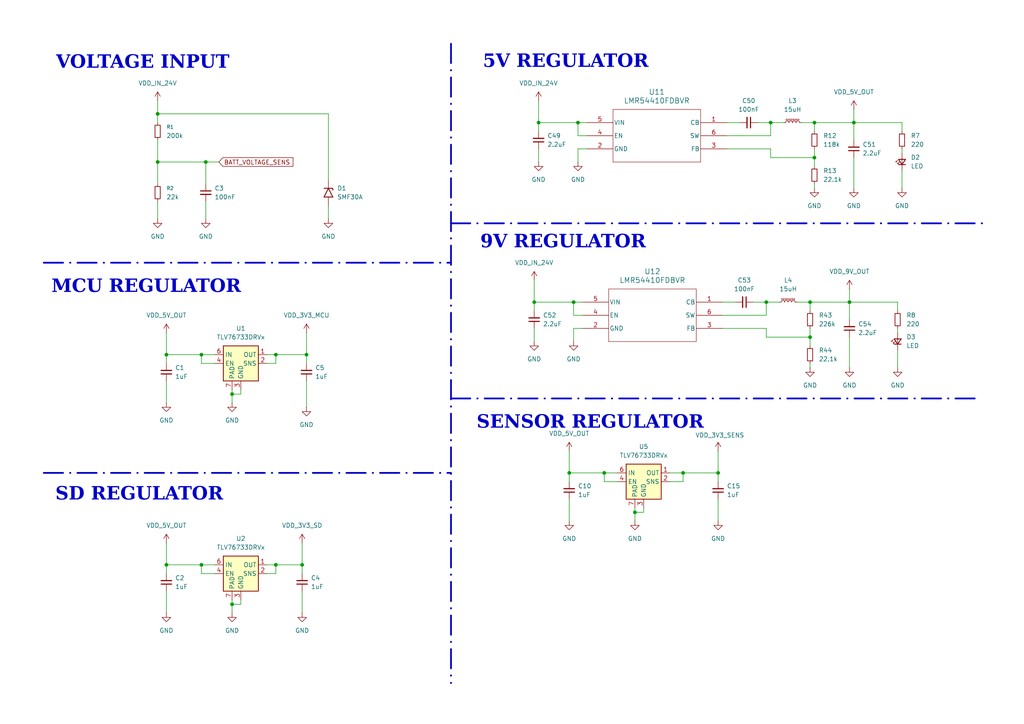
<source format=kicad_sch>
(kicad_sch (version 20250114) (generator "eeschema") (generator_version "9.0")
  (paper "A4")
  (lib_symbols
    (symbol "2025-05-27_10-40-34:LMR54410FDBVR" (pin_names (offset 0.254))
      (property "Reference" "U11" (at 5.08 3.81 0))
      (property "Value" "LMR54410FDBVR" (at 5.08 1.27 0))
      (symbol "LMR54410FDBVR_0_1"
        (polyline (pts (xy -7.62 -1.27) (xy -7.62 -16.51)) (stroke (width 0.127)))
        (polyline (pts (xy -7.62 -16.51) (xy 17.78 -16.51)) (stroke (width 0.127)))
        (polyline (pts (xy 17.78 -1.27) (xy -7.62 -1.27)) (stroke (width 0.127)))
        (polyline (pts (xy 17.78 -16.51) (xy 17.78 -1.27)) (stroke (width 0.127)))
        (pin power_in line (at -15.24 -5.08 0) (length 7.62) (name "VIN") (number "5"))
        (pin unspecified line (at -15.24 -8.89 0) (length 7.62) (name "EN") (number "4"))
        (pin power_out line (at -15.24 -12.7 0) (length 7.62) (name "GND") (number "2"))
        (pin power_in line (at 25.4 -5.08 180) (length 7.62) (name "CB") (number "1"))
        (pin power_in line (at 25.4 -8.89 180) (length 7.62) (name "SW") (number "6"))
        (pin unspecified line (at 25.4 -12.7 180) (length 7.62) (name "FB") (number "3"))
      )
    )
    (symbol "Device:C_Small" (pin_numbers (hide yes)) (pin_names (offset 0.254) (hide yes))
      (property "Reference" "C" (at 0.254 1.778 0))
      (property "Value" "C_Small" (at 0.254 -2.032 0))
      (symbol "C_Small_0_1"
        (polyline (pts (xy -1.524 0.508) (xy 1.524 0.508)) (stroke (width 0.3048)))
        (polyline (pts (xy -1.524 -0.508) (xy 1.524 -0.508)) (stroke (width 0.3302)))
      )
      (symbol "C_Small_1_1"
        (pin passive line (at 0 2.54 270) (length 2.032) (name "~") (number "1"))
        (pin passive line (at 0 -2.54 90) (length 2.032) (name "~") (number "2"))
      )
    )
    (symbol "Device:LED_Small" (pin_numbers (hide yes)) (pin_names (offset 0.254) (hide yes))
      (property "Reference" "D" (at -1.27 3.175 0))
      (property "Value" "LED_Small" (at -4.445 -2.54 0))
      (symbol "LED_Small_0_1"
        (polyline (pts (xy -0.762 -1.016) (xy -0.762 1.016)) (stroke (width 0.254)))
        (polyline (pts (xy 0 0.762) (xy -0.508 1.27) (xy -0.254 1.27) (xy -0.508 1.27) (xy -0.508 1.016)))
        (polyline (pts (xy 0.508 1.27) (xy 0 1.778) (xy 0.254 1.778) (xy 0 1.778) (xy 0 1.524)))
        (polyline (pts (xy 0.762 -1.016) (xy -0.762 0) (xy 0.762 1.016) (xy 0.762 -1.016)) (stroke (width 0.254)))
        (polyline (pts (xy 1.016 0) (xy -0.762 0)))
      )
      (symbol "LED_Small_1_1"
        (pin passive line (at -2.54 0 0) (length 1.778) (name "K") (number "1"))
        (pin passive line (at 2.54 0 180) (length 1.778) (name "A") (number "2"))
      )
    )
    (symbol "Device:L_Ferrite_Small" (pin_numbers (hide yes)) (pin_names (offset 0.254) (hide yes))
      (property "Reference" "L" (at 1.27 1.016 0))
      (property "Value" "L_Ferrite_Small" (at 1.27 -1.27 0))
      (symbol "L_Ferrite_Small_0_1"
        (arc (start 0 2.032) (mid 0.5058 1.524) (end 0 1.016))
        (arc (start 0 1.016) (mid 0.5058 0.508) (end 0 0))
        (arc (start 0 0) (mid 0.5058 -0.508) (end 0 -1.016))
        (arc (start 0 -1.016) (mid 0.5058 -1.524) (end 0 -2.032))
        (polyline (pts (xy 0.762 1.651) (xy 0.762 1.905)))
        (polyline (pts (xy 0.762 1.143) (xy 0.762 1.397)))
        (polyline (pts (xy 0.762 0.635) (xy 0.762 0.889)))
        (polyline (pts (xy 0.762 0.127) (xy 0.762 0.381)))
        (polyline (pts (xy 0.762 -0.381) (xy 0.762 -0.127)))
        (polyline (pts (xy 0.762 -0.889) (xy 0.762 -0.635)))
        (polyline (pts (xy 0.762 -1.397) (xy 0.762 -1.143)))
        (polyline (pts (xy 0.762 -1.905) (xy 0.762 -1.651)))
        (polyline (pts (xy 1.016 1.905) (xy 1.016 1.651)))
        (polyline (pts (xy 1.016 1.397) (xy 1.016 1.143)))
        (polyline (pts (xy 1.016 0.889) (xy 1.016 0.635)))
        (polyline (pts (xy 1.016 0.381) (xy 1.016 0.127)))
        (polyline (pts (xy 1.016 -0.127) (xy 1.016 -0.381)))
        (polyline (pts (xy 1.016 -0.635) (xy 1.016 -0.889)))
        (polyline (pts (xy 1.016 -1.143) (xy 1.016 -1.397)))
        (polyline (pts (xy 1.016 -1.651) (xy 1.016 -1.905)))
      )
      (symbol "L_Ferrite_Small_1_1"
        (pin passive line (at 0 2.54 270) (length 0.508) (name "~") (number "1"))
        (pin passive line (at 0 -2.54 90) (length 0.508) (name "~") (number "2"))
      )
    )
    (symbol "Device:R_Small" (pin_numbers (hide yes)) (pin_names (offset 0.254) (hide yes))
      (property "Reference" "R" (at 0 0 90))
      (property "Value" "R_Small" (at 1.778 0 90))
      (symbol "R_Small_0_1"
        (rectangle (start -0.762 1.778) (end 0.762 -1.778) (stroke (width 0.2032)))
      )
      (symbol "R_Small_1_1"
        (pin passive line (at 0 2.54 270) (length 0.762) (name "~") (number "1"))
        (pin passive line (at 0 -2.54 90) (length 0.762) (name "~") (number "2"))
      )
    )
    (symbol "Diode:SMF30A" (pin_numbers (hide yes)) (pin_names (offset 1.016) (hide yes))
      (property "Reference" "D" (at 0 2.54 0))
      (property "Value" "SMF30A" (at 0 -2.54 0))
      (symbol "SMF30A_0_1"
        (polyline (pts (xy -0.762 1.27) (xy -1.27 1.27) (xy -1.27 -1.27)) (stroke (width 0.254)))
        (polyline (pts (xy 1.27 1.27) (xy 1.27 -1.27) (xy -1.27 0) (xy 1.27 1.27)) (stroke (width 0.254)))
      )
      (symbol "SMF30A_1_1"
        (pin passive line (at -3.81 0 0) (length 2.54) (name "A1") (number "1"))
        (pin passive line (at 3.81 0 180) (length 2.54) (name "A2") (number "2"))
      )
    )
    (symbol "Regulator_Linear:TLV76733DRVx"
      (property "Reference" "U" (at 0 8.89 0))
      (property "Value" "TLV76733DRVx" (at 0 6.35 0))
      (symbol "TLV76733DRVx_0_1"
        (rectangle (start -5.08 -5.08) (end 5.08 5.08) (stroke (width 0.254)) (fill (type background)))
      )
      (symbol "TLV76733DRVx_1_1"
        (pin power_in line (at -7.62 2.54 0) (length 2.54) (name "IN") (number "6"))
        (pin input line (at -7.62 0 0) (length 2.54) (name "EN") (number "4"))
        (pin passive line (at -2.54 -7.62 90) (length 2.54) (name "PAD") (number "7"))
        (pin power_in line (at 0 -7.62 90) (length 2.54) (name "GND") (number "3"))
        (pin passive line (at 0 -7.62 90) (length 2.54) (hide yes) (name "GND") (number "5"))
        (pin power_out line (at 7.62 2.54 180) (length 2.54) (name "OUT") (number "1"))
        (pin input line (at 7.62 0 180) (length 2.54) (name "SNS") (number "2"))
      )
    )
    (symbol "power:GND" (power) (pin_numbers (hide yes)) (pin_names (offset 0) (hide yes))
      (property "Value" "GND" (at 0 -3.81 0))
      (symbol "GND_0_1"
        (polyline (pts (xy 0 0) (xy 0 -1.27) (xy 1.27 -1.27) (xy 0 -2.54) (xy -1.27 -1.27) (xy 0 -1.27)))
      )
      (symbol "GND_1_1"
        (pin power_in line (at 0 0 270) (length 0) (name "~") (number "1"))
      )
    )
    (symbol "power:VCC" (power) (pin_numbers (hide yes)) (pin_names (offset 0) (hide yes))
      (property "Value" "VCC" (at 0 3.556 0))
      (symbol "VCC_0_1"
        (polyline (pts (xy -0.762 1.27) (xy 0 2.54)))
        (polyline (pts (xy 0 2.54) (xy 0.762 1.27)))
        (polyline (pts (xy 0 0) (xy 0 2.54)))
      )
      (symbol "VCC_1_1"
        (pin power_in line (at 0 0 90) (length 0) (name "~") (number "1"))
      )
    )
    (symbol "power:VDD" (power) (pin_numbers (hide yes)) (pin_names (offset 0) (hide yes))
      (property "Value" "VDD" (at 0 3.556 0))
      (symbol "VDD_0_1"
        (polyline (pts (xy -0.762 1.27) (xy 0 2.54)))
        (polyline (pts (xy 0 2.54) (xy 0.762 1.27)))
        (polyline (pts (xy 0 0) (xy 0 2.54)))
      )
      (symbol "VDD_1_1"
        (pin power_in line (at 0 0 90) (length 0) (name "~") (number "1"))
      )
    )
  )
  (text "SENSOR REGULATOR" (at 171.196 123.698 0) (effects (font (size 3.81 3.81) (bold yes))))
  (text "5V REGULATOR" (at 164.084 19.05 0) (effects (font (size 3.81 3.81) (bold yes))))
  (text "9V REGULATOR" (at 163.322 71.374 0) (effects (font (size 3.81 3.81) (bold yes))))
  (text "VOLTAGE INPUT" (at 41.402 19.304 0) (effects (font (size 3.81 3.81) (bold yes))))
  (text "MCU REGULATOR" (at 42.418 84.328 0) (effects (font (size 3.81 3.81) (bold yes))))
  (text "SD REGULATOR" (at 40.386 144.526 0) (effects (font (size 3.81 3.81) (bold yes))))
  (junction (at 234.95 97.79))
  (junction (at 58.42 163.83))
  (junction (at 236.22 35.56))
  (junction (at 48.26 163.83))
  (junction (at 48.26 102.87))
  (junction (at 59.69 46.99))
  (junction (at 166.37 87.63))
  (junction (at 88.9 102.87))
  (junction (at 222.25 87.63))
  (junction (at 234.95 87.63))
  (junction (at 80.01 163.83))
  (junction (at 167.64 35.56))
  (junction (at 236.22 45.72))
  (junction (at 87.63 163.83))
  (junction (at 208.28 137.16))
  (junction (at 67.31 114.3))
  (junction (at 45.72 46.99))
  (junction (at 165.1 137.16))
  (junction (at 154.94 87.63))
  (junction (at 223.52 35.56))
  (junction (at 184.15 148.59))
  (junction (at 247.65 35.56))
  (junction (at 175.26 137.16))
  (junction (at 58.42 102.87))
  (junction (at 246.38 87.63))
  (junction (at 156.21 35.56))
  (junction (at 67.31 175.26))
  (junction (at 45.72 33.02))
  (junction (at 198.12 137.16))
  (junction (at 80.01 102.87))
  (wire (pts (xy 261.62 49.53) (xy 261.62 54.61)))
  (wire (pts (xy 58.42 166.37) (xy 58.42 163.83)))
  (wire (pts (xy 80.01 102.87) (xy 88.9 102.87)))
  (wire (pts (xy 175.26 139.7) (xy 175.26 137.16)))
  (wire (pts (xy 48.26 163.83) (xy 58.42 163.83)))
  (wire (pts (xy 236.22 38.1) (xy 236.22 35.56)))
  (wire (pts (xy 209.55 91.44) (xy 222.25 91.44)))
  (wire (pts (xy 194.31 137.16) (xy 198.12 137.16)))
  (wire (pts (xy 88.9 105.41) (xy 88.9 102.87)))
  (wire (pts (xy 59.69 63.5) (xy 59.69 58.42)))
  (wire (pts (xy 67.31 116.84) (xy 67.31 114.3)))
  (wire (pts (xy 166.37 91.44) (xy 166.37 87.63)))
  (wire (pts (xy 80.01 163.83) (xy 87.63 163.83)))
  (wire (pts (xy 88.9 118.11) (xy 88.9 110.49)))
  (wire (pts (xy 246.38 106.68) (xy 246.38 97.79)))
  (polyline (pts (xy 130.81 115.57) (xy 284.48 115.57)) (stroke (width 0.508) (type dash_dot)))
  (wire (pts (xy 209.55 87.63) (xy 213.36 87.63)))
  (wire (pts (xy 69.85 173.99) (xy 69.85 175.26)))
  (wire (pts (xy 246.38 87.63) (xy 234.95 87.63)))
  (wire (pts (xy 194.31 139.7) (xy 198.12 139.7)))
  (wire (pts (xy 223.52 45.72) (xy 236.22 45.72)))
  (wire (pts (xy 166.37 95.25) (xy 168.91 95.25)))
  (wire (pts (xy 58.42 163.83) (xy 62.23 163.83)))
  (wire (pts (xy 69.85 113.03) (xy 69.85 114.3)))
  (wire (pts (xy 223.52 35.56) (xy 227.33 35.56)))
  (wire (pts (xy 167.64 39.37) (xy 167.64 35.56)))
  (wire (pts (xy 261.62 35.56) (xy 247.65 35.56)))
  (wire (pts (xy 58.42 105.41) (xy 58.42 102.87)))
  (wire (pts (xy 48.26 96.52) (xy 48.26 102.87)))
  (wire (pts (xy 154.94 81.28) (xy 154.94 87.63)))
  (wire (pts (xy 77.47 102.87) (xy 80.01 102.87)))
  (wire (pts (xy 48.26 102.87) (xy 48.26 105.41)))
  (wire (pts (xy 95.25 63.5) (xy 95.25 59.69)))
  (wire (pts (xy 186.69 147.32) (xy 186.69 148.59)))
  (wire (pts (xy 223.52 35.56) (xy 219.71 35.56)))
  (wire (pts (xy 222.25 91.44) (xy 222.25 87.63)))
  (wire (pts (xy 208.28 151.13) (xy 208.28 144.78)))
  (wire (pts (xy 67.31 114.3) (xy 67.31 113.03)))
  (wire (pts (xy 69.85 175.26) (xy 67.31 175.26)))
  (wire (pts (xy 234.95 87.63) (xy 231.14 87.63)))
  (wire (pts (xy 246.38 83.82) (xy 246.38 87.63)))
  (wire (pts (xy 222.25 95.25) (xy 222.25 97.79)))
  (wire (pts (xy 95.25 33.02) (xy 45.72 33.02)))
  (wire (pts (xy 210.82 43.18) (xy 223.52 43.18)))
  (wire (pts (xy 236.22 35.56) (xy 232.41 35.56)))
  (wire (pts (xy 175.26 137.16) (xy 179.07 137.16)))
  (wire (pts (xy 48.26 177.8) (xy 48.26 171.45)))
  (wire (pts (xy 167.64 46.99) (xy 167.64 43.18)))
  (wire (pts (xy 154.94 90.17) (xy 154.94 87.63)))
  (wire (pts (xy 45.72 33.02) (xy 45.72 35.56)))
  (wire (pts (xy 198.12 139.7) (xy 198.12 137.16)))
  (wire (pts (xy 261.62 44.45) (xy 261.62 43.18)))
  (wire (pts (xy 156.21 46.99) (xy 156.21 43.18)))
  (wire (pts (xy 260.35 87.63) (xy 246.38 87.63)))
  (wire (pts (xy 95.25 52.07) (xy 95.25 33.02)))
  (wire (pts (xy 234.95 97.79) (xy 234.95 100.33)))
  (wire (pts (xy 247.65 54.61) (xy 247.65 45.72)))
  (wire (pts (xy 236.22 54.61) (xy 236.22 53.34)))
  (wire (pts (xy 77.47 163.83) (xy 80.01 163.83)))
  (wire (pts (xy 67.31 175.26) (xy 67.31 173.99)))
  (wire (pts (xy 247.65 40.64) (xy 247.65 35.56)))
  (wire (pts (xy 154.94 87.63) (xy 166.37 87.63)))
  (wire (pts (xy 236.22 43.18) (xy 236.22 45.72)))
  (wire (pts (xy 198.12 137.16) (xy 208.28 137.16)))
  (wire (pts (xy 222.25 87.63) (xy 226.06 87.63)))
  (wire (pts (xy 247.65 31.75) (xy 247.65 35.56)))
  (polyline (pts (xy 130.81 12.7) (xy 130.81 198.12)) (stroke (width 0.508) (type dash_dot)))
  (wire (pts (xy 48.26 163.83) (xy 48.26 166.37)))
  (wire (pts (xy 165.1 151.13) (xy 165.1 144.78)))
  (wire (pts (xy 167.64 35.56) (xy 170.18 35.56)))
  (wire (pts (xy 184.15 148.59) (xy 184.15 147.32)))
  (wire (pts (xy 87.63 166.37) (xy 87.63 163.83)))
  (wire (pts (xy 223.52 39.37) (xy 223.52 35.56)))
  (wire (pts (xy 260.35 90.17) (xy 260.35 87.63)))
  (wire (pts (xy 210.82 35.56) (xy 214.63 35.56)))
  (wire (pts (xy 261.62 38.1) (xy 261.62 35.56)))
  (wire (pts (xy 45.72 53.34) (xy 45.72 46.99)))
  (polyline (pts (xy 12.7 137.16) (xy 130.81 137.16)) (stroke (width 0.508) (type dash_dot)))
  (wire (pts (xy 223.52 43.18) (xy 223.52 45.72)))
  (wire (pts (xy 45.72 29.21) (xy 45.72 33.02)))
  (wire (pts (xy 80.01 163.83) (xy 80.01 166.37)))
  (wire (pts (xy 210.82 39.37) (xy 223.52 39.37)))
  (wire (pts (xy 234.95 95.25) (xy 234.95 97.79)))
  (wire (pts (xy 59.69 46.99) (xy 45.72 46.99)))
  (wire (pts (xy 48.26 157.48) (xy 48.26 163.83)))
  (wire (pts (xy 260.35 101.6) (xy 260.35 106.68)))
  (wire (pts (xy 87.63 157.48) (xy 87.63 163.83)))
  (wire (pts (xy 234.95 106.68) (xy 234.95 105.41)))
  (wire (pts (xy 48.26 102.87) (xy 58.42 102.87)))
  (wire (pts (xy 247.65 35.56) (xy 236.22 35.56)))
  (wire (pts (xy 166.37 99.06) (xy 166.37 95.25)))
  (wire (pts (xy 67.31 177.8) (xy 67.31 175.26)))
  (wire (pts (xy 77.47 166.37) (xy 80.01 166.37)))
  (wire (pts (xy 167.64 43.18) (xy 170.18 43.18)))
  (wire (pts (xy 59.69 46.99) (xy 59.69 53.34)))
  (wire (pts (xy 166.37 87.63) (xy 168.91 87.63)))
  (wire (pts (xy 80.01 102.87) (xy 80.01 105.41)))
  (wire (pts (xy 88.9 96.52) (xy 88.9 102.87)))
  (wire (pts (xy 48.26 116.84) (xy 48.26 110.49)))
  (wire (pts (xy 234.95 90.17) (xy 234.95 87.63)))
  (wire (pts (xy 170.18 39.37) (xy 167.64 39.37)))
  (wire (pts (xy 222.25 87.63) (xy 218.44 87.63)))
  (wire (pts (xy 62.23 166.37) (xy 58.42 166.37)))
  (wire (pts (xy 59.69 46.99) (xy 63.5 46.99)))
  (wire (pts (xy 186.69 148.59) (xy 184.15 148.59)))
  (wire (pts (xy 87.63 177.8) (xy 87.63 171.45)))
  (wire (pts (xy 165.1 130.81) (xy 165.1 137.16)))
  (wire (pts (xy 156.21 35.56) (xy 167.64 35.56)))
  (wire (pts (xy 156.21 29.21) (xy 156.21 35.56)))
  (wire (pts (xy 69.85 114.3) (xy 67.31 114.3)))
  (polyline (pts (xy 130.81 64.77) (xy 285.75 64.77)) (stroke (width 0.508) (type dash_dot)))
  (wire (pts (xy 45.72 63.5) (xy 45.72 58.42)))
  (wire (pts (xy 62.23 105.41) (xy 58.42 105.41)))
  (wire (pts (xy 165.1 137.16) (xy 175.26 137.16)))
  (wire (pts (xy 156.21 38.1) (xy 156.21 35.56)))
  (wire (pts (xy 58.42 102.87) (xy 62.23 102.87)))
  (wire (pts (xy 246.38 92.71) (xy 246.38 87.63)))
  (wire (pts (xy 165.1 137.16) (xy 165.1 139.7)))
  (wire (pts (xy 45.72 46.99) (xy 45.72 40.64)))
  (wire (pts (xy 184.15 151.13) (xy 184.15 148.59)))
  (wire (pts (xy 179.07 139.7) (xy 175.26 139.7)))
  (wire (pts (xy 154.94 99.06) (xy 154.94 95.25)))
  (wire (pts (xy 236.22 45.72) (xy 236.22 48.26)))
  (wire (pts (xy 77.47 105.41) (xy 80.01 105.41)))
  (wire (pts (xy 260.35 96.52) (xy 260.35 95.25)))
  (wire (pts (xy 209.55 95.25) (xy 222.25 95.25)))
  (polyline (pts (xy 12.7 76.2) (xy 130.81 76.2)) (stroke (width 0.508) (type dash_dot)))
  (wire (pts (xy 208.28 130.81) (xy 208.28 137.16)))
  (wire (pts (xy 222.25 97.79) (xy 234.95 97.79)))
  (wire (pts (xy 168.91 91.44) (xy 166.37 91.44)))
  (wire (pts (xy 208.28 139.7) (xy 208.28 137.16)))
  (global_label "BATT_VOLTAGE_SENS" (shape input) (at 63.5 46.99 0) (property "Intersheetrefs" "${INTERSHEET_REFS}" (effects (hide yes))))
  (symbol (lib_id "Device:R_Small") (at 45.72 55.88 0) (unit 1)
    (property "Reference" "R2" (at 48.26 54.6099 0) (effects (font (size 1.016 1.016)) (justify left)))
    (property "Value" "22k" (at 48.26 57.1499 0) (effects (justify left)))
    (property "Footprint" "Resistor_SMD:R_0603_1608Metric" (effects (hide yes)))
    (property "Description" "Resistor, small symbol" (effects (hide yes)))
  )
  (symbol (lib_id "Device:R_Small") (at 45.72 38.1 0) (unit 1)
    (property "Reference" "R1" (at 48.26 36.8299 0) (effects (font (size 1.016 1.016)) (justify left)))
    (property "Value" "200k" (at 48.26 39.3699 0) (effects (justify left)))
    (property "Footprint" "Resistor_SMD:R_0603_1608Metric" (effects (hide yes)))
    (property "Description" "Resistor, small symbol" (effects (hide yes)))
  )
  (symbol (lib_id "Device:C_Small") (at 87.63 168.91 180) (unit 1)
    (property "Reference" "C4" (at 90.17 167.6335 0) (effects (justify right)))
    (property "Value" "1uF" (at 90.17 170.1735 0) (effects (justify right)))
    (property "Footprint" "Capacitor_SMD:C_0603_1608Metric" (effects (hide yes)))
    (property "Description" "Unpolarized capacitor, small symbol" (effects (hide yes)))
  )
  (symbol (lib_id "power:GND") (at 260.35 106.68 0) (unit 1)
    (property "Reference" "#PWR0114" (effects (hide yes)))
    (property "Value" "GND" (at 260.35 111.76 0))
    (property "Description" "Power symbol creates a global label with name \"GND\" , ground" (effects (hide yes)))
  )
  (symbol (lib_id "Device:C_Small") (at 247.65 43.18 180) (unit 1)
    (property "Reference" "C51" (at 250.19 41.9035 0) (effects (justify right)))
    (property "Value" "2.2uF" (at 250.19 44.4435 0) (effects (justify right)))
    (property "Footprint" "Capacitor_SMD:C_0603_1608Metric" (effects (hide yes)))
    (property "Description" "Unpolarized capacitor, small symbol" (effects (hide yes)))
  )
  (symbol (lib_id "power:GND") (at 247.65 54.61 0) (unit 1)
    (property "Reference" "#PWR0105" (effects (hide yes)))
    (property "Value" "GND" (at 247.65 59.69 0))
    (property "Description" "Power symbol creates a global label with name \"GND\" , ground" (effects (hide yes)))
  )
  (symbol (lib_id "power:VDD") (at 156.21 29.21 0) (unit 1)
    (property "Reference" "#PWR0103" (effects (hide yes)))
    (property "Value" "VDD_IN_24V" (at 156.21 24.13 0))
    (property "Description" "Power symbol creates a global label with name \"VDD\"" (effects (hide yes)))
  )
  (symbol (lib_id "Device:C_Small") (at 59.69 55.88 0) (unit 1)
    (property "Reference" "C3" (at 62.23 54.6162 0) (effects (justify left)))
    (property "Value" "100nF" (at 62.23 57.1562 0) (effects (justify left)))
    (property "Footprint" "Capacitor_SMD:C_0402_1005Metric" (effects (hide yes)))
    (property "Description" "Unpolarized capacitor, small symbol" (effects (hide yes)))
  )
  (symbol (lib_id "Device:C_Small") (at 48.26 107.95 180) (unit 1)
    (property "Reference" "C1" (at 50.8 106.6735 0) (effects (justify right)))
    (property "Value" "1uF" (at 50.8 109.2135 0) (effects (justify right)))
    (property "Footprint" "Capacitor_SMD:C_0603_1608Metric" (effects (hide yes)))
    (property "Description" "Unpolarized capacitor, small symbol" (effects (hide yes)))
  )
  (symbol (lib_id "Device:R_Small") (at 236.22 40.64 0) (unit 1)
    (property "Reference" "R12" (at 238.76 39.3699 0) (effects (justify left)))
    (property "Value" "118k" (at 238.76 41.9099 0) (effects (justify left)))
    (property "Footprint" "Resistor_SMD:R_0402_1005Metric" (effects (hide yes)))
    (property "Description" "Resistor, small symbol" (effects (hide yes)))
  )
  (symbol (lib_id "power:GND") (at 88.9 118.11 0) (unit 1)
    (property "Reference" "#PWR013" (effects (hide yes)))
    (property "Value" "GND" (at 88.9 123.19 0))
    (property "Description" "Power symbol creates a global label with name \"GND\" , ground" (effects (hide yes)))
  )
  (symbol (lib_id "Device:C_Small") (at 165.1 142.24 180) (unit 1)
    (property "Reference" "C10" (at 167.64 140.9635 0) (effects (justify right)))
    (property "Value" "1uF" (at 167.64 143.5035 0) (effects (justify right)))
    (property "Footprint" "Capacitor_SMD:C_0603_1608Metric" (effects (hide yes)))
    (property "Description" "Unpolarized capacitor, small symbol" (effects (hide yes)))
  )
  (symbol (lib_id "Device:R_Small") (at 260.35 92.71 0) (unit 1)
    (property "Reference" "R8" (at 262.89 91.4399 0) (effects (justify left)))
    (property "Value" "220" (at 262.89 93.9799 0) (effects (justify left)))
    (property "Footprint" "Resistor_SMD:R_0402_1005Metric" (effects (hide yes)))
    (property "Description" "Resistor, small symbol" (effects (hide yes)))
  )
  (symbol (lib_id "power:GND") (at 87.63 177.8 0) (unit 1)
    (property "Reference" "#PWR011" (effects (hide yes)))
    (property "Value" "GND" (at 87.63 182.88 0))
    (property "Description" "Power symbol creates a global label with name \"GND\" , ground" (effects (hide yes)))
  )
  (symbol (lib_id "power:VCC") (at 165.1 130.81 0) (unit 1)
    (property "Reference" "#PWR019" (effects (hide yes)))
    (property "Value" "VDD_5V_OUT" (at 165.1 125.73 0))
    (property "Description" "Power symbol creates a global label with name \"VCC\"" (effects (hide yes)))
  )
  (symbol (lib_id "power:GND") (at 67.31 116.84 0) (unit 1)
    (property "Reference" "#PWR08" (effects (hide yes)))
    (property "Value" "GND" (at 67.31 121.92 0))
    (property "Description" "Power symbol creates a global label with name \"GND\" , ground" (effects (hide yes)))
  )
  (symbol (lib_id "Device:R_Small") (at 234.95 92.71 0) (unit 1)
    (property "Reference" "R43" (at 237.49 91.4399 0) (effects (justify left)))
    (property "Value" "226k" (at 237.49 93.9799 0) (effects (justify left)))
    (property "Footprint" "Resistor_SMD:R_0402_1005Metric" (effects (hide yes)))
    (property "Description" "Resistor, small symbol" (effects (hide yes)))
  )
  (symbol (lib_id "Regulator_Linear:TLV76733DRVx") (at 69.85 166.37 0) (unit 1)
    (property "Reference" "U2" (at 69.85 156.21 0))
    (property "Value" "TLV76733DRVx" (at 69.85 158.75 0))
    (property "Footprint" "Package_SON:WSON-6-1EP_2x2mm_P0.65mm_EP1x1.6mm_ThermalVias" (effects (hide yes)))
    (property "Datasheet" "www.ti.com/lit/gpn/TLV767" (effects (hide yes)))
    (property "Description" "1A Precision Linear Voltage Regulator, with enable pin, Fixed Output 3.3V, WSON6" (effects (hide yes)))
  )
  (symbol (lib_id "power:VCC") (at 247.65 31.75 0) (unit 1)
    (property "Reference" "#PWR047" (effects (hide yes)))
    (property "Value" "VDD_5V_OUT" (at 247.65 26.67 0))
    (property "Description" "Power symbol creates a global label with name \"VCC\"" (effects (hide yes)))
  )
  (symbol (lib_id "Device:C_Small") (at 208.28 142.24 180) (unit 1)
    (property "Reference" "C15" (at 210.82 140.9635 0) (effects (justify right)))
    (property "Value" "1uF" (at 210.82 143.5035 0) (effects (justify right)))
    (property "Footprint" "Capacitor_SMD:C_0603_1608Metric" (effects (hide yes)))
    (property "Description" "Unpolarized capacitor, small symbol" (effects (hide yes)))
  )
  (symbol (lib_id "Regulator_Linear:TLV76733DRVx") (at 186.69 139.7 0) (unit 1)
    (property "Reference" "U5" (at 186.69 129.54 0))
    (property "Value" "TLV76733DRVx" (at 186.69 132.08 0))
    (property "Footprint" "Package_SON:WSON-6-1EP_2x2mm_P0.65mm_EP1x1.6mm_ThermalVias" (effects (hide yes)))
    (property "Datasheet" "www.ti.com/lit/gpn/TLV767" (effects (hide yes)))
    (property "Description" "1A Precision Linear Voltage Regulator, with enable pin, Fixed Output 3.3V, WSON6" (effects (hide yes)))
  )
  (symbol (lib_id "Device:C_Small") (at 48.26 168.91 180) (unit 1)
    (property "Reference" "C2" (at 50.8 167.6335 0) (effects (justify right)))
    (property "Value" "1uF" (at 50.8 170.1735 0) (effects (justify right)))
    (property "Footprint" "Capacitor_SMD:C_0603_1608Metric" (effects (hide yes)))
    (property "Description" "Unpolarized capacitor, small symbol" (effects (hide yes)))
  )
  (symbol (lib_id "power:VCC") (at 48.26 96.52 0) (unit 1)
    (property "Reference" "#PWR03" (effects (hide yes)))
    (property "Value" "VDD_5V_OUT" (at 48.26 91.44 0))
    (property "Description" "Power symbol creates a global label with name \"VCC\"" (effects (hide yes)))
  )
  (symbol (lib_id "power:GND") (at 261.62 54.61 0) (unit 1)
    (property "Reference" "#PWR0106" (effects (hide yes)))
    (property "Value" "GND" (at 261.62 59.69 0))
    (property "Description" "Power symbol creates a global label with name \"GND\" , ground" (effects (hide yes)))
  )
  (symbol (lib_id "power:GND") (at 165.1 151.13 0) (unit 1)
    (property "Reference" "#PWR020" (effects (hide yes)))
    (property "Value" "GND" (at 165.1 156.21 0))
    (property "Description" "Power symbol creates a global label with name \"GND\" , ground" (effects (hide yes)))
  )
  (symbol (lib_id "power:GND") (at 184.15 151.13 0) (unit 1)
    (property "Reference" "#PWR025" (effects (hide yes)))
    (property "Value" "GND" (at 184.15 156.21 0))
    (property "Description" "Power symbol creates a global label with name \"GND\" , ground" (effects (hide yes)))
  )
  (symbol (lib_id "Device:R_Small") (at 261.62 40.64 0) (unit 1)
    (property "Reference" "R7" (at 264.16 39.3699 0) (effects (justify left)))
    (property "Value" "220" (at 264.16 41.9099 0) (effects (justify left)))
    (property "Footprint" "Resistor_SMD:R_0402_1005Metric" (effects (hide yes)))
    (property "Description" "Resistor, small symbol" (effects (hide yes)))
  )
  (symbol (lib_id "power:GND") (at 48.26 177.8 0) (unit 1)
    (property "Reference" "#PWR06" (effects (hide yes)))
    (property "Value" "GND" (at 48.26 182.88 0))
    (property "Description" "Power symbol creates a global label with name \"GND\" , ground" (effects (hide yes)))
  )
  (symbol (lib_id "power:GND") (at 45.72 63.5 0) (unit 1)
    (property "Reference" "#PWR02" (effects (hide yes)))
    (property "Value" "GND" (at 45.72 68.58 0))
    (property "Description" "Power symbol creates a global label with name \"GND\" , ground" (effects (hide yes)))
  )
  (symbol (lib_id "power:VCC") (at 87.63 157.48 0) (unit 1)
    (property "Reference" "#PWR010" (effects (hide yes)))
    (property "Value" "VDD_3V3_SD" (at 87.63 152.4 0))
    (property "Description" "Power symbol creates a global label with name \"VCC\"" (effects (hide yes)))
  )
  (symbol (lib_id "power:GND") (at 234.95 106.68 0) (unit 1)
    (property "Reference" "#PWR0111" (effects (hide yes)))
    (property "Value" "GND" (at 234.95 111.76 0))
    (property "Description" "Power symbol creates a global label with name \"GND\" , ground" (effects (hide yes)))
  )
  (symbol (lib_id "power:GND") (at 236.22 54.61 0) (unit 1)
    (property "Reference" "#PWR0104" (effects (hide yes)))
    (property "Value" "GND" (at 236.22 59.69 0))
    (property "Description" "Power symbol creates a global label with name \"GND\" , ground" (effects (hide yes)))
  )
  (symbol (lib_id "power:GND") (at 95.25 63.5 0) (unit 1)
    (property "Reference" "#PWR014" (effects (hide yes)))
    (property "Value" "GND" (at 95.25 68.58 0))
    (property "Description" "Power symbol creates a global label with name \"GND\" , ground" (effects (hide yes)))
  )
  (symbol (lib_id "power:GND") (at 166.37 99.06 0) (unit 1)
    (property "Reference" "#PWR0110" (effects (hide yes)))
    (property "Value" "GND" (at 166.37 104.14 0))
    (property "Description" "Power symbol creates a global label with name \"GND\" , ground" (effects (hide yes)))
  )
  (symbol (lib_id "power:GND") (at 167.64 46.99 0) (unit 1)
    (property "Reference" "#PWR046" (effects (hide yes)))
    (property "Value" "GND" (at 167.64 52.07 0))
    (property "Description" "Power symbol creates a global label with name \"GND\" , ground" (effects (hide yes)))
  )
  (symbol (lib_id "power:VCC") (at 48.26 157.48 0) (unit 1)
    (property "Reference" "#PWR05" (effects (hide yes)))
    (property "Value" "VDD_5V_OUT" (at 48.26 152.4 0))
    (property "Description" "Power symbol creates a global label with name \"VCC\"" (effects (hide yes)))
  )
  (symbol (lib_id "power:GND") (at 48.26 116.84 0) (unit 1)
    (property "Reference" "#PWR04" (effects (hide yes)))
    (property "Value" "GND" (at 48.26 121.92 0))
    (property "Description" "Power symbol creates a global label with name \"GND\" , ground" (effects (hide yes)))
  )
  (symbol (lib_id "power:VDD") (at 154.94 81.28 0) (unit 1)
    (property "Reference" "#PWR0108" (effects (hide yes)))
    (property "Value" "VDD_IN_24V" (at 154.94 76.2 0))
    (property "Description" "Power symbol creates a global label with name \"VDD\"" (effects (hide yes)))
  )
  (symbol (lib_id "Device:R_Small") (at 236.22 50.8 0) (unit 1)
    (property "Reference" "R13" (at 238.76 49.5299 0) (effects (justify left)))
    (property "Value" "22.1k" (at 238.76 52.0699 0) (effects (justify left)))
    (property "Footprint" "Resistor_SMD:R_0402_1005Metric" (effects (hide yes)))
    (property "Description" "Resistor, small symbol" (effects (hide yes)))
  )
  (symbol (lib_id "2025-05-27_10-40-34:LMR54410FDBVR") (at 185.42 30.48 0) (unit 1)
    (property "Reference" "U11" (at 190.5 26.67 0) (effects (font (size 1.524 1.524))))
    (property "Value" "LMR54410FDBVR" (at 190.5 29.21 0) (effects (font (size 1.524 1.524))))
    (property "Footprint" "footprints:SOT-23-6-DBV_TEX-L" (effects (hide yes)))
    (property "Datasheet" "LMR54410FDBVR" (effects (hide yes)))
  )
  (symbol (lib_id "power:VCC") (at 208.28 130.81 0) (unit 1)
    (property "Reference" "#PWR026" (effects (hide yes)))
    (property "Value" "VDD_3V3_SENS" (at 201.676 126.238 0) (effects (justify left)))
    (property "Description" "Power symbol creates a global label with name \"VCC\"" (effects (hide yes)))
  )
  (symbol (lib_id "Device:R_Small") (at 234.95 102.87 0) (unit 1)
    (property "Reference" "R44" (at 237.49 101.5999 0) (effects (justify left)))
    (property "Value" "22.1k" (at 237.49 104.1399 0) (effects (justify left)))
    (property "Footprint" "Resistor_SMD:R_0402_1005Metric" (effects (hide yes)))
    (property "Description" "Resistor, small symbol" (effects (hide yes)))
  )
  (symbol (lib_id "power:GND") (at 246.38 106.68 0) (unit 1)
    (property "Reference" "#PWR0113" (effects (hide yes)))
    (property "Value" "GND" (at 246.38 111.76 0))
    (property "Description" "Power symbol creates a global label with name \"GND\" , ground" (effects (hide yes)))
  )
  (symbol (lib_id "power:GND") (at 67.31 177.8 0) (unit 1)
    (property "Reference" "#PWR09" (effects (hide yes)))
    (property "Value" "GND" (at 67.31 182.88 0))
    (property "Description" "Power symbol creates a global label with name \"GND\" , ground" (effects (hide yes)))
  )
  (symbol (lib_id "Device:L_Ferrite_Small") (at 229.87 35.56 90) (unit 1)
    (property "Reference" "L3" (at 229.87 29.21 90))
    (property "Value" "15uH" (at 229.87 31.75 90))
    (property "Footprint" "Inductor_SMD:L_Sunlord_MWSA0402S" (effects (hide yes)))
    (property "Description" "Inductor with ferrite core, small symbol" (effects (hide yes)))
  )
  (symbol (lib_id "power:VCC") (at 246.38 83.82 0) (unit 1)
    (property "Reference" "#PWR034" (effects (hide yes)))
    (property "Value" "VDD_9V_OUT" (at 246.38 78.74 0))
    (property "Description" "Power symbol creates a global label with name \"VCC\"" (effects (hide yes)))
  )
  (symbol (lib_id "Device:L_Ferrite_Small") (at 228.6 87.63 90) (unit 1)
    (property "Reference" "L4" (at 228.6 81.28 90))
    (property "Value" "15uH" (at 228.6 83.82 90))
    (property "Footprint" "Inductor_SMD:L_Sunlord_MWSA0402S" (effects (hide yes)))
    (property "Description" "Inductor with ferrite core, small symbol" (effects (hide yes)))
  )
  (symbol (lib_id "Device:LED_Small") (at 260.35 99.06 90) (unit 1)
    (property "Reference" "D3" (at 262.89 97.7264 90) (effects (justify right)))
    (property "Value" "LED" (at 262.89 100.2664 90) (effects (justify right)))
    (property "Footprint" "LED_SMD:LED_0402_1005Metric" (effects (hide yes)))
    (property "Description" "Light emitting diode, small symbol" (effects (hide yes)))
    (property "Sim.Pin" "1=K 2=A" (effects (hide yes)))
  )
  (symbol (lib_id "Regulator_Linear:TLV76733DRVx") (at 69.85 105.41 0) (unit 1)
    (property "Reference" "U1" (at 69.85 95.25 0))
    (property "Value" "TLV76733DRVx" (at 69.85 97.79 0))
    (property "Footprint" "Package_SON:WSON-6-1EP_2x2mm_P0.65mm_EP1x1.6mm_ThermalVias" (effects (hide yes)))
    (property "Datasheet" "www.ti.com/lit/gpn/TLV767" (effects (hide yes)))
    (property "Description" "1A Precision Linear Voltage Regulator, with enable pin, Fixed Output 3.3V, WSON6" (effects (hide yes)))
  )
  (symbol (lib_id "2025-05-27_10-40-34:LMR54410FDBVR") (at 184.15 82.55 0) (unit 1)
    (property "Reference" "U12" (at 189.23 78.74 0) (effects (font (size 1.524 1.524))))
    (property "Value" "LMR54410FDBVR" (at 189.23 81.28 0) (effects (font (size 1.524 1.524))))
    (property "Footprint" "footprints:SOT-23-6-DBV_TEX-L" (effects (hide yes)))
    (property "Datasheet" "LMR54410FDBVR" (effects (hide yes)))
  )
  (symbol (lib_id "power:GND") (at 156.21 46.99 0) (unit 1)
    (property "Reference" "#PWR0107" (effects (hide yes)))
    (property "Value" "GND" (at 156.21 52.07 0))
    (property "Description" "Power symbol creates a global label with name \"GND\" , ground" (effects (hide yes)))
  )
  (symbol (lib_id "power:VDD") (at 45.72 29.21 0) (unit 1)
    (property "Reference" "#PWR01" (effects (hide yes)))
    (property "Value" "VDD_IN_24V" (at 45.72 24.13 0))
    (property "Description" "Power symbol creates a global label with name \"VDD\"" (effects (hide yes)))
  )
  (symbol (lib_id "power:GND") (at 208.28 151.13 0) (unit 1)
    (property "Reference" "#PWR027" (effects (hide yes)))
    (property "Value" "GND" (at 208.28 156.21 0))
    (property "Description" "Power symbol creates a global label with name \"GND\" , ground" (effects (hide yes)))
  )
  (symbol (lib_id "Device:C_Small") (at 217.17 35.56 270) (unit 1)
    (property "Reference" "C50" (at 217.1636 29.21 90))
    (property "Value" "100nF" (at 217.1636 31.75 90))
    (property "Footprint" "Capacitor_SMD:C_0402_1005Metric" (effects (hide yes)))
    (property "Description" "Unpolarized capacitor, small symbol" (effects (hide yes)))
  )
  (symbol (lib_id "Device:C_Small") (at 156.21 40.64 180) (unit 1)
    (property "Reference" "C49" (at 158.75 39.3635 0) (effects (justify right)))
    (property "Value" "2.2uF" (at 158.75 41.9035 0) (effects (justify right)))
    (property "Footprint" "Capacitor_SMD:C_0603_1608Metric" (effects (hide yes)))
    (property "Description" "Unpolarized capacitor, small symbol" (effects (hide yes)))
  )
  (symbol (lib_id "Device:C_Small") (at 154.94 92.71 180) (unit 1)
    (property "Reference" "C52" (at 157.48 91.4335 0) (effects (justify right)))
    (property "Value" "2.2uF" (at 157.48 93.9735 0) (effects (justify right)))
    (property "Footprint" "Capacitor_SMD:C_0603_1608Metric" (effects (hide yes)))
    (property "Description" "Unpolarized capacitor, small symbol" (effects (hide yes)))
  )
  (symbol (lib_id "Diode:SMF30A") (at 95.25 55.88 270) (unit 1)
    (property "Reference" "D1" (at 97.79 54.6099 90) (effects (justify left)))
    (property "Value" "SMF30A" (at 97.79 57.1499 90) (effects (justify left)))
    (property "Footprint" "Diode_SMD:D_SMF" (effects (hide yes)))
    (property "Datasheet" "https://www.vishay.com/doc?85881" (effects (hide yes)))
    (property "Description" "200W unidirectional Transil Transient Voltage Suppressor, 30Vrwm, SMF" (effects (hide yes)))
  )
  (symbol (lib_id "Device:C_Small") (at 246.38 95.25 180) (unit 1)
    (property "Reference" "C54" (at 248.92 93.9735 0) (effects (justify right)))
    (property "Value" "2.2uF" (at 248.92 96.5135 0) (effects (justify right)))
    (property "Footprint" "Capacitor_SMD:C_0603_1608Metric" (effects (hide yes)))
    (property "Description" "Unpolarized capacitor, small symbol" (effects (hide yes)))
  )
  (symbol (lib_id "power:GND") (at 154.94 99.06 0) (unit 1)
    (property "Reference" "#PWR0109" (effects (hide yes)))
    (property "Value" "GND" (at 154.94 104.14 0))
    (property "Description" "Power symbol creates a global label with name \"GND\" , ground" (effects (hide yes)))
  )
  (symbol (lib_id "power:GND") (at 59.69 63.5 0) (unit 1)
    (property "Reference" "#PWR07" (effects (hide yes)))
    (property "Value" "GND" (at 59.69 68.58 0))
    (property "Description" "Power symbol creates a global label with name \"GND\" , ground" (effects (hide yes)))
  )
  (symbol (lib_id "Device:C_Small") (at 215.9 87.63 270) (unit 1)
    (property "Reference" "C53" (at 215.8936 81.28 90))
    (property "Value" "100nF" (at 215.8936 83.82 90))
    (property "Footprint" "Capacitor_SMD:C_0402_1005Metric" (effects (hide yes)))
    (property "Description" "Unpolarized capacitor, small symbol" (effects (hide yes)))
  )
  (symbol (lib_id "power:VCC") (at 88.9 96.52 0) (unit 1)
    (property "Reference" "#PWR012" (effects (hide yes)))
    (property "Value" "VDD_3V3_MCU" (at 88.9 91.44 0))
    (property "Description" "Power symbol creates a global label with name \"VCC\"" (effects (hide yes)))
  )
  (symbol (lib_id "Device:C_Small") (at 88.9 107.95 180) (unit 1)
    (property "Reference" "C5" (at 91.44 106.6735 0) (effects (justify right)))
    (property "Value" "1uF" (at 91.44 109.2135 0) (effects (justify right)))
    (property "Footprint" "Capacitor_SMD:C_0603_1608Metric" (effects (hide yes)))
    (property "Description" "Unpolarized capacitor, small symbol" (effects (hide yes)))
  )
  (symbol (lib_id "Device:LED_Small") (at 261.62 46.99 90) (unit 1)
    (property "Reference" "D2" (at 264.16 45.6564 90) (effects (justify right)))
    (property "Value" "LED" (at 264.16 48.1964 90) (effects (justify right)))
    (property "Footprint" "LED_SMD:LED_0402_1005Metric" (effects (hide yes)))
    (property "Description" "Light emitting diode, small symbol" (effects (hide yes)))
    (property "Sim.Pin" "1=K 2=A" (effects (hide yes)))
  )
)
</source>
